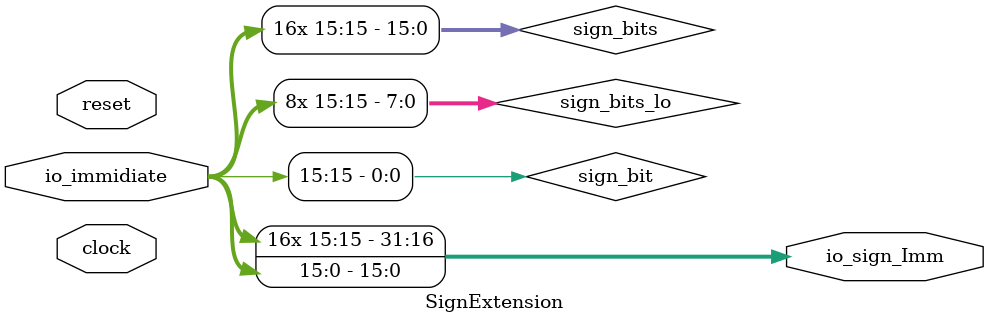
<source format=v>
module SignExtension(
  input         clock,
  input         reset,
  input  [15:0] io_immidiate,
  output [31:0] io_sign_Imm
);
  wire  sign_bit = io_immidiate[15]; // @[SignExtension.scala 11:32]
  wire [7:0] sign_bits_lo = {sign_bit,sign_bit,sign_bit,sign_bit,sign_bit,sign_bit,sign_bit,sign_bit}; // @[SignExtension.scala 17:33]
  wire [15:0] sign_bits = {sign_bit,sign_bit,sign_bit,sign_bit,sign_bit,sign_bit,sign_bit,sign_bit,sign_bits_lo}; // @[SignExtension.scala 17:33]
  assign io_sign_Imm = {sign_bits,io_immidiate}; // @[Cat.scala 31:58]
endmodule

</source>
